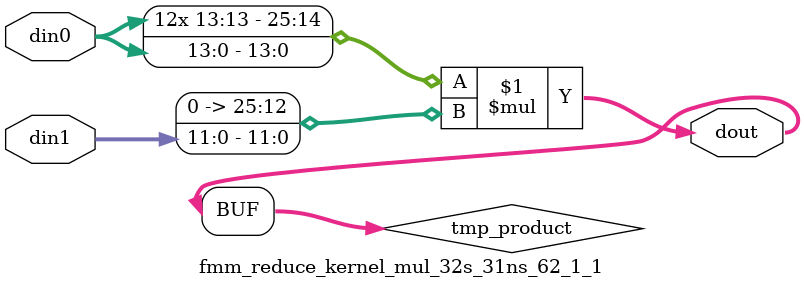
<source format=v>

`timescale 1 ns / 1 ps

 module fmm_reduce_kernel_mul_32s_31ns_62_1_1(din0, din1, dout);
parameter ID = 1;
parameter NUM_STAGE = 0;
parameter din0_WIDTH = 14;
parameter din1_WIDTH = 12;
parameter dout_WIDTH = 26;

input [din0_WIDTH - 1 : 0] din0; 
input [din1_WIDTH - 1 : 0] din1; 
output [dout_WIDTH - 1 : 0] dout;

wire signed [dout_WIDTH - 1 : 0] tmp_product;


























assign tmp_product = $signed(din0) * $signed({1'b0, din1});









assign dout = tmp_product;





















endmodule

</source>
